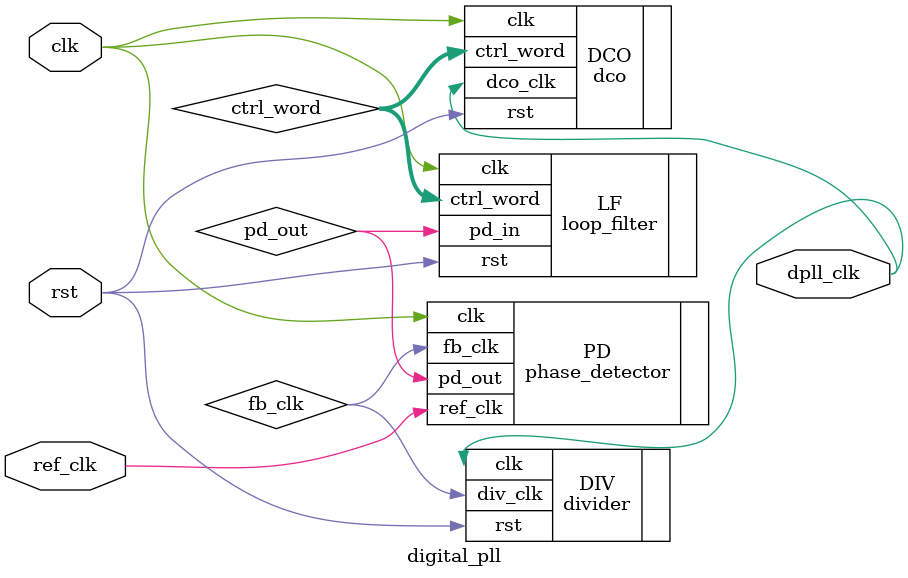
<source format=v>
`timescale 1ns / 1ps


module digital_pll(
    input clk,
    input rst,
    input ref_clk,
    output dpll_clk
);

    wire fb_clk;
    wire pd_out;
    wire [31:0] ctrl_word;

    phase_detector PD(
        .clk(clk),
        .ref_clk(ref_clk),
        .fb_clk(fb_clk),
        .pd_out(pd_out)
    );

    loop_filter LF(
        .clk(clk),
        .rst(rst),
        .pd_in(pd_out),
        .ctrl_word(ctrl_word)
    );

    dco DCO(
        .clk(clk),
        .rst(rst),
        .ctrl_word(ctrl_word),
        .dco_clk(dpll_clk)
    );

    divider #(4) DIV(
        .clk(dpll_clk),
        .rst(rst),
        .div_clk(fb_clk)
    );

endmodule

</source>
